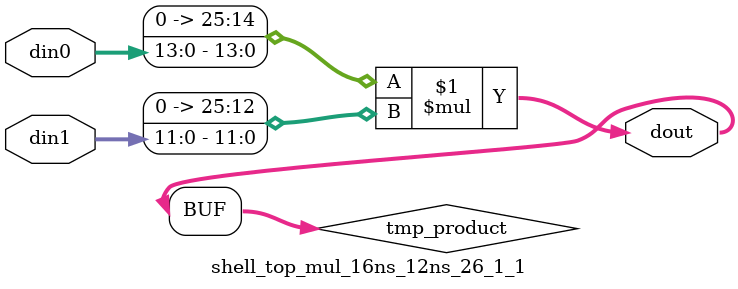
<source format=v>

`timescale 1 ns / 1 ps

  module shell_top_mul_16ns_12ns_26_1_1(din0, din1, dout);
parameter ID = 1;
parameter NUM_STAGE = 0;
parameter din0_WIDTH = 14;
parameter din1_WIDTH = 12;
parameter dout_WIDTH = 26;

input [din0_WIDTH - 1 : 0] din0; 
input [din1_WIDTH - 1 : 0] din1; 
output [dout_WIDTH - 1 : 0] dout;

wire signed [dout_WIDTH - 1 : 0] tmp_product;










assign tmp_product = $signed({1'b0, din0}) * $signed({1'b0, din1});











assign dout = tmp_product;







endmodule

</source>
